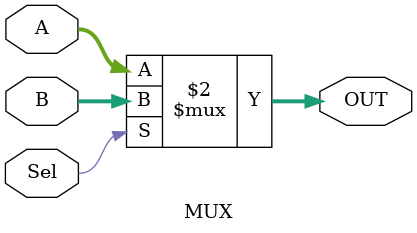
<source format=v>
module MUX #	(
					parameter WIDTH = 32
				)
				(
					input  wire  	[WIDTH-1:0] 	A 	,
					input  wire  	[WIDTH-1:0] 	B 	,
					input  wire  	 				Sel	,
					
					output wire 	[WIDTH-1:0] 	OUT
				);
				
				assign OUT = (!Sel) ? A : B ;	
endmodule
</source>
